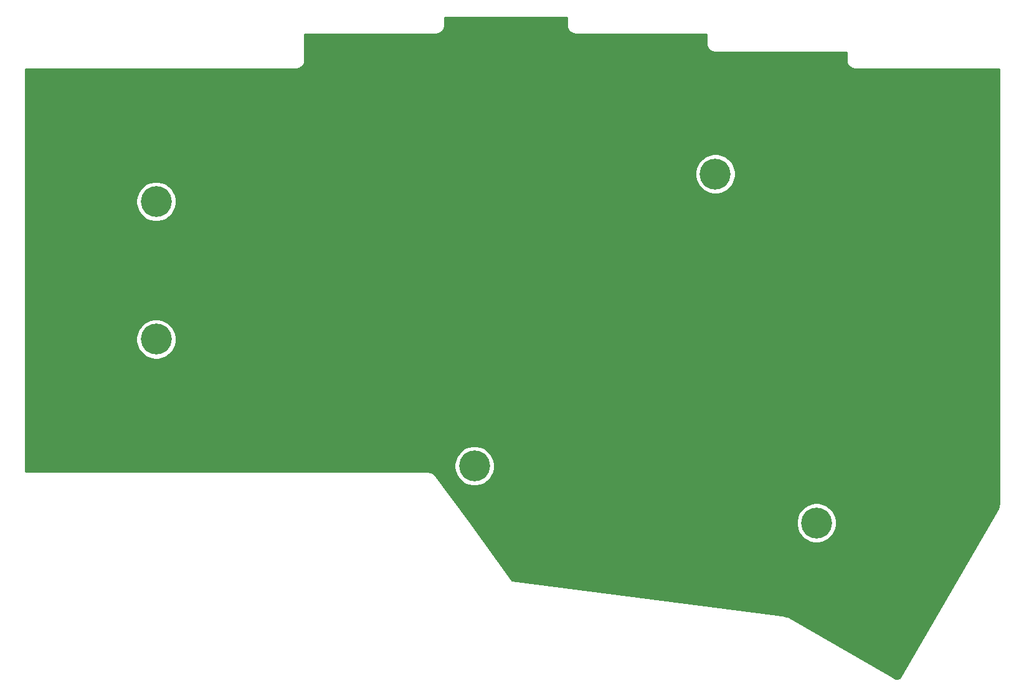
<source format=gbr>
G04 #@! TF.GenerationSoftware,KiCad,Pcbnew,5.1.5+dfsg1-2~bpo10+1*
G04 #@! TF.CreationDate,2020-09-05T17:28:52+00:00*
G04 #@! TF.ProjectId,corne-bottom-plate,636f726e-652d-4626-9f74-746f6d2d706c,2.1*
G04 #@! TF.SameCoordinates,Original*
G04 #@! TF.FileFunction,Copper,L2,Bot*
G04 #@! TF.FilePolarity,Positive*
%FSLAX46Y46*%
G04 Gerber Fmt 4.6, Leading zero omitted, Abs format (unit mm)*
G04 Created by KiCad (PCBNEW 5.1.5+dfsg1-2~bpo10+1) date 2020-09-05 17:28:52*
%MOMM*%
%LPD*%
G04 APERTURE LIST*
%ADD10C,4.200000*%
%ADD11C,0.254000*%
%ADD12C,0.350000*%
G04 APERTURE END LIST*
D10*
X79500000Y-105500000D03*
X79500000Y-86750000D03*
X155500000Y-83000000D03*
X122750000Y-122750000D03*
X169250000Y-130500000D03*
D11*
G36*
X135290000Y-62784876D02*
G01*
X135292955Y-62814876D01*
X135292934Y-62817839D01*
X135293901Y-62827705D01*
X135298941Y-62875660D01*
X135300273Y-62889183D01*
X135300410Y-62889634D01*
X135304101Y-62924754D01*
X135317045Y-62987811D01*
X135329099Y-63051001D01*
X135331964Y-63060491D01*
X135360820Y-63153710D01*
X135385752Y-63213021D01*
X135409865Y-63272702D01*
X135414519Y-63281454D01*
X135460932Y-63367292D01*
X135496898Y-63420612D01*
X135532152Y-63474486D01*
X135538417Y-63482168D01*
X135600619Y-63557357D01*
X135646269Y-63602689D01*
X135691299Y-63648673D01*
X135698938Y-63654992D01*
X135774559Y-63716668D01*
X135828147Y-63752272D01*
X135881262Y-63788641D01*
X135889983Y-63793356D01*
X135976144Y-63839168D01*
X136035612Y-63863679D01*
X136094780Y-63889038D01*
X136104249Y-63891969D01*
X136197667Y-63920174D01*
X136260787Y-63932672D01*
X136323743Y-63946054D01*
X136333602Y-63947090D01*
X136430719Y-63956612D01*
X136430723Y-63956612D01*
X136465123Y-63960000D01*
X154290001Y-63960000D01*
X154290000Y-65284876D01*
X154292955Y-65314876D01*
X154292934Y-65317839D01*
X154293901Y-65327705D01*
X154298941Y-65375660D01*
X154300273Y-65389183D01*
X154300410Y-65389634D01*
X154304101Y-65424754D01*
X154317045Y-65487811D01*
X154329099Y-65551001D01*
X154331964Y-65560491D01*
X154360820Y-65653710D01*
X154385752Y-65713021D01*
X154409865Y-65772702D01*
X154414519Y-65781454D01*
X154460932Y-65867292D01*
X154496898Y-65920612D01*
X154532152Y-65974486D01*
X154538417Y-65982168D01*
X154600619Y-66057357D01*
X154646269Y-66102689D01*
X154691299Y-66148673D01*
X154698938Y-66154992D01*
X154774559Y-66216668D01*
X154828147Y-66252272D01*
X154881262Y-66288641D01*
X154889983Y-66293356D01*
X154976144Y-66339168D01*
X155035612Y-66363679D01*
X155094780Y-66389038D01*
X155104249Y-66391969D01*
X155197667Y-66420174D01*
X155260787Y-66432672D01*
X155323743Y-66446054D01*
X155333602Y-66447090D01*
X155430719Y-66456612D01*
X155430723Y-66456612D01*
X155465123Y-66460000D01*
X173290000Y-66460000D01*
X173290001Y-67534877D01*
X173292955Y-67564868D01*
X173292934Y-67567839D01*
X173293901Y-67577705D01*
X173298955Y-67625796D01*
X173300274Y-67639184D01*
X173300409Y-67639631D01*
X173304101Y-67674754D01*
X173317045Y-67737811D01*
X173329099Y-67801001D01*
X173331964Y-67810491D01*
X173360820Y-67903710D01*
X173385752Y-67963021D01*
X173409865Y-68022702D01*
X173414519Y-68031454D01*
X173460932Y-68117292D01*
X173496898Y-68170612D01*
X173532152Y-68224486D01*
X173538417Y-68232168D01*
X173600619Y-68307357D01*
X173646269Y-68352689D01*
X173691299Y-68398673D01*
X173698938Y-68404992D01*
X173774559Y-68466668D01*
X173828147Y-68502272D01*
X173881262Y-68538641D01*
X173889983Y-68543356D01*
X173976144Y-68589168D01*
X174035612Y-68613679D01*
X174094780Y-68639038D01*
X174104249Y-68641969D01*
X174197667Y-68670174D01*
X174260787Y-68682672D01*
X174323743Y-68696054D01*
X174333602Y-68697090D01*
X174430719Y-68706612D01*
X174430723Y-68706612D01*
X174465123Y-68710000D01*
X194040000Y-68710000D01*
X194040001Y-127945012D01*
X194020387Y-128176837D01*
X193964580Y-128371000D01*
X193883510Y-128538740D01*
X193881080Y-128545347D01*
X180711340Y-151376271D01*
X180620779Y-151486705D01*
X180519299Y-151570201D01*
X180403527Y-151632400D01*
X180277885Y-151670925D01*
X180147150Y-151684313D01*
X180016312Y-151672053D01*
X179890338Y-151634611D01*
X179746290Y-151558814D01*
X165400066Y-143267823D01*
X165304615Y-143224525D01*
X165168424Y-143192709D01*
X165156734Y-143192321D01*
X164569638Y-143076079D01*
X164546731Y-143070775D01*
X127871366Y-138299807D01*
X121986889Y-130230626D01*
X166515000Y-130230626D01*
X166515000Y-130769374D01*
X166620105Y-131297770D01*
X166826275Y-131795508D01*
X167125587Y-132243461D01*
X167506539Y-132624413D01*
X167954492Y-132923725D01*
X168452230Y-133129895D01*
X168980626Y-133235000D01*
X169519374Y-133235000D01*
X170047770Y-133129895D01*
X170545508Y-132923725D01*
X170993461Y-132624413D01*
X171374413Y-132243461D01*
X171673725Y-131795508D01*
X171879895Y-131297770D01*
X171985000Y-130769374D01*
X171985000Y-130230626D01*
X171879895Y-129702230D01*
X171673725Y-129204492D01*
X171374413Y-128756539D01*
X170993461Y-128375587D01*
X170545508Y-128076275D01*
X170047770Y-127870105D01*
X169519374Y-127765000D01*
X168980626Y-127765000D01*
X168452230Y-127870105D01*
X167954492Y-128076275D01*
X167506539Y-128375587D01*
X167125587Y-128756539D01*
X166826275Y-129204492D01*
X166620105Y-129702230D01*
X166515000Y-130230626D01*
X121986889Y-130230626D01*
X117406664Y-123949923D01*
X117336904Y-123871699D01*
X117295505Y-123840476D01*
X117225441Y-123783332D01*
X117171853Y-123747728D01*
X117118738Y-123711359D01*
X117110017Y-123706644D01*
X117023856Y-123660832D01*
X116964388Y-123636321D01*
X116905220Y-123610962D01*
X116895751Y-123608031D01*
X116802333Y-123579826D01*
X116739213Y-123567328D01*
X116676257Y-123553946D01*
X116666398Y-123552910D01*
X116569281Y-123543388D01*
X116569277Y-123543388D01*
X116534877Y-123540000D01*
X61710000Y-123540000D01*
X61710000Y-122480626D01*
X120015000Y-122480626D01*
X120015000Y-123019374D01*
X120120105Y-123547770D01*
X120326275Y-124045508D01*
X120625587Y-124493461D01*
X121006539Y-124874413D01*
X121454492Y-125173725D01*
X121952230Y-125379895D01*
X122480626Y-125485000D01*
X123019374Y-125485000D01*
X123547770Y-125379895D01*
X124045508Y-125173725D01*
X124493461Y-124874413D01*
X124874413Y-124493461D01*
X125173725Y-124045508D01*
X125379895Y-123547770D01*
X125485000Y-123019374D01*
X125485000Y-122480626D01*
X125379895Y-121952230D01*
X125173725Y-121454492D01*
X124874413Y-121006539D01*
X124493461Y-120625587D01*
X124045508Y-120326275D01*
X123547770Y-120120105D01*
X123019374Y-120015000D01*
X122480626Y-120015000D01*
X121952230Y-120120105D01*
X121454492Y-120326275D01*
X121006539Y-120625587D01*
X120625587Y-121006539D01*
X120326275Y-121454492D01*
X120120105Y-121952230D01*
X120015000Y-122480626D01*
X61710000Y-122480626D01*
X61710000Y-105230626D01*
X76765000Y-105230626D01*
X76765000Y-105769374D01*
X76870105Y-106297770D01*
X77076275Y-106795508D01*
X77375587Y-107243461D01*
X77756539Y-107624413D01*
X78204492Y-107923725D01*
X78702230Y-108129895D01*
X79230626Y-108235000D01*
X79769374Y-108235000D01*
X80297770Y-108129895D01*
X80795508Y-107923725D01*
X81243461Y-107624413D01*
X81624413Y-107243461D01*
X81923725Y-106795508D01*
X82129895Y-106297770D01*
X82235000Y-105769374D01*
X82235000Y-105230626D01*
X82129895Y-104702230D01*
X81923725Y-104204492D01*
X81624413Y-103756539D01*
X81243461Y-103375587D01*
X80795508Y-103076275D01*
X80297770Y-102870105D01*
X79769374Y-102765000D01*
X79230626Y-102765000D01*
X78702230Y-102870105D01*
X78204492Y-103076275D01*
X77756539Y-103375587D01*
X77375587Y-103756539D01*
X77076275Y-104204492D01*
X76870105Y-104702230D01*
X76765000Y-105230626D01*
X61710000Y-105230626D01*
X61710000Y-86480626D01*
X76765000Y-86480626D01*
X76765000Y-87019374D01*
X76870105Y-87547770D01*
X77076275Y-88045508D01*
X77375587Y-88493461D01*
X77756539Y-88874413D01*
X78204492Y-89173725D01*
X78702230Y-89379895D01*
X79230626Y-89485000D01*
X79769374Y-89485000D01*
X80297770Y-89379895D01*
X80795508Y-89173725D01*
X81243461Y-88874413D01*
X81624413Y-88493461D01*
X81923725Y-88045508D01*
X82129895Y-87547770D01*
X82235000Y-87019374D01*
X82235000Y-86480626D01*
X82129895Y-85952230D01*
X81923725Y-85454492D01*
X81624413Y-85006539D01*
X81243461Y-84625587D01*
X80795508Y-84326275D01*
X80297770Y-84120105D01*
X79769374Y-84015000D01*
X79230626Y-84015000D01*
X78702230Y-84120105D01*
X78204492Y-84326275D01*
X77756539Y-84625587D01*
X77375587Y-85006539D01*
X77076275Y-85454492D01*
X76870105Y-85952230D01*
X76765000Y-86480626D01*
X61710000Y-86480626D01*
X61710000Y-82730626D01*
X152765000Y-82730626D01*
X152765000Y-83269374D01*
X152870105Y-83797770D01*
X153076275Y-84295508D01*
X153375587Y-84743461D01*
X153756539Y-85124413D01*
X154204492Y-85423725D01*
X154702230Y-85629895D01*
X155230626Y-85735000D01*
X155769374Y-85735000D01*
X156297770Y-85629895D01*
X156795508Y-85423725D01*
X157243461Y-85124413D01*
X157624413Y-84743461D01*
X157923725Y-84295508D01*
X158129895Y-83797770D01*
X158235000Y-83269374D01*
X158235000Y-82730626D01*
X158129895Y-82202230D01*
X157923725Y-81704492D01*
X157624413Y-81256539D01*
X157243461Y-80875587D01*
X156795508Y-80576275D01*
X156297770Y-80370105D01*
X155769374Y-80265000D01*
X155230626Y-80265000D01*
X154702230Y-80370105D01*
X154204492Y-80576275D01*
X153756539Y-80875587D01*
X153375587Y-81256539D01*
X153076275Y-81704492D01*
X152870105Y-82202230D01*
X152765000Y-82730626D01*
X61710000Y-82730626D01*
X61710000Y-68710000D01*
X98534877Y-68710000D01*
X98564877Y-68707045D01*
X98567839Y-68707066D01*
X98577705Y-68706099D01*
X98625645Y-68701060D01*
X98639184Y-68699727D01*
X98639636Y-68699590D01*
X98674754Y-68695899D01*
X98737811Y-68682955D01*
X98801001Y-68670901D01*
X98810491Y-68668036D01*
X98903710Y-68639180D01*
X98963021Y-68614248D01*
X99022702Y-68590135D01*
X99031454Y-68585481D01*
X99117292Y-68539068D01*
X99170612Y-68503102D01*
X99224486Y-68467848D01*
X99232168Y-68461583D01*
X99307357Y-68399381D01*
X99352689Y-68353731D01*
X99398673Y-68308701D01*
X99404992Y-68301062D01*
X99466668Y-68225441D01*
X99502272Y-68171853D01*
X99538641Y-68118738D01*
X99543356Y-68110017D01*
X99589168Y-68023856D01*
X99613679Y-67964388D01*
X99639038Y-67905220D01*
X99641969Y-67895751D01*
X99670174Y-67802333D01*
X99682672Y-67739213D01*
X99696054Y-67676257D01*
X99697090Y-67666398D01*
X99706612Y-67569281D01*
X99706612Y-67569277D01*
X99710000Y-67534877D01*
X99710000Y-63960000D01*
X117534877Y-63960000D01*
X117564877Y-63957045D01*
X117567839Y-63957066D01*
X117577705Y-63956099D01*
X117625645Y-63951060D01*
X117639184Y-63949727D01*
X117639636Y-63949590D01*
X117674754Y-63945899D01*
X117737811Y-63932955D01*
X117801001Y-63920901D01*
X117810491Y-63918036D01*
X117903710Y-63889180D01*
X117963021Y-63864248D01*
X118022702Y-63840135D01*
X118031454Y-63835481D01*
X118117292Y-63789068D01*
X118170612Y-63753102D01*
X118224486Y-63717848D01*
X118232168Y-63711583D01*
X118307357Y-63649381D01*
X118352689Y-63603731D01*
X118398673Y-63558701D01*
X118404992Y-63551062D01*
X118466668Y-63475441D01*
X118502272Y-63421853D01*
X118538641Y-63368738D01*
X118543356Y-63360017D01*
X118589168Y-63273856D01*
X118613679Y-63214388D01*
X118639038Y-63155220D01*
X118641969Y-63145751D01*
X118670174Y-63052333D01*
X118682672Y-62989213D01*
X118696054Y-62926257D01*
X118697090Y-62916398D01*
X118706612Y-62819281D01*
X118706612Y-62819277D01*
X118710000Y-62784877D01*
X118710000Y-61710000D01*
X135290001Y-61710000D01*
X135290000Y-62784876D01*
G37*
X135290000Y-62784876D02*
X135292955Y-62814876D01*
X135292934Y-62817839D01*
X135293901Y-62827705D01*
X135298941Y-62875660D01*
X135300273Y-62889183D01*
X135300410Y-62889634D01*
X135304101Y-62924754D01*
X135317045Y-62987811D01*
X135329099Y-63051001D01*
X135331964Y-63060491D01*
X135360820Y-63153710D01*
X135385752Y-63213021D01*
X135409865Y-63272702D01*
X135414519Y-63281454D01*
X135460932Y-63367292D01*
X135496898Y-63420612D01*
X135532152Y-63474486D01*
X135538417Y-63482168D01*
X135600619Y-63557357D01*
X135646269Y-63602689D01*
X135691299Y-63648673D01*
X135698938Y-63654992D01*
X135774559Y-63716668D01*
X135828147Y-63752272D01*
X135881262Y-63788641D01*
X135889983Y-63793356D01*
X135976144Y-63839168D01*
X136035612Y-63863679D01*
X136094780Y-63889038D01*
X136104249Y-63891969D01*
X136197667Y-63920174D01*
X136260787Y-63932672D01*
X136323743Y-63946054D01*
X136333602Y-63947090D01*
X136430719Y-63956612D01*
X136430723Y-63956612D01*
X136465123Y-63960000D01*
X154290001Y-63960000D01*
X154290000Y-65284876D01*
X154292955Y-65314876D01*
X154292934Y-65317839D01*
X154293901Y-65327705D01*
X154298941Y-65375660D01*
X154300273Y-65389183D01*
X154300410Y-65389634D01*
X154304101Y-65424754D01*
X154317045Y-65487811D01*
X154329099Y-65551001D01*
X154331964Y-65560491D01*
X154360820Y-65653710D01*
X154385752Y-65713021D01*
X154409865Y-65772702D01*
X154414519Y-65781454D01*
X154460932Y-65867292D01*
X154496898Y-65920612D01*
X154532152Y-65974486D01*
X154538417Y-65982168D01*
X154600619Y-66057357D01*
X154646269Y-66102689D01*
X154691299Y-66148673D01*
X154698938Y-66154992D01*
X154774559Y-66216668D01*
X154828147Y-66252272D01*
X154881262Y-66288641D01*
X154889983Y-66293356D01*
X154976144Y-66339168D01*
X155035612Y-66363679D01*
X155094780Y-66389038D01*
X155104249Y-66391969D01*
X155197667Y-66420174D01*
X155260787Y-66432672D01*
X155323743Y-66446054D01*
X155333602Y-66447090D01*
X155430719Y-66456612D01*
X155430723Y-66456612D01*
X155465123Y-66460000D01*
X173290000Y-66460000D01*
X173290001Y-67534877D01*
X173292955Y-67564868D01*
X173292934Y-67567839D01*
X173293901Y-67577705D01*
X173298955Y-67625796D01*
X173300274Y-67639184D01*
X173300409Y-67639631D01*
X173304101Y-67674754D01*
X173317045Y-67737811D01*
X173329099Y-67801001D01*
X173331964Y-67810491D01*
X173360820Y-67903710D01*
X173385752Y-67963021D01*
X173409865Y-68022702D01*
X173414519Y-68031454D01*
X173460932Y-68117292D01*
X173496898Y-68170612D01*
X173532152Y-68224486D01*
X173538417Y-68232168D01*
X173600619Y-68307357D01*
X173646269Y-68352689D01*
X173691299Y-68398673D01*
X173698938Y-68404992D01*
X173774559Y-68466668D01*
X173828147Y-68502272D01*
X173881262Y-68538641D01*
X173889983Y-68543356D01*
X173976144Y-68589168D01*
X174035612Y-68613679D01*
X174094780Y-68639038D01*
X174104249Y-68641969D01*
X174197667Y-68670174D01*
X174260787Y-68682672D01*
X174323743Y-68696054D01*
X174333602Y-68697090D01*
X174430719Y-68706612D01*
X174430723Y-68706612D01*
X174465123Y-68710000D01*
X194040000Y-68710000D01*
X194040001Y-127945012D01*
X194020387Y-128176837D01*
X193964580Y-128371000D01*
X193883510Y-128538740D01*
X193881080Y-128545347D01*
X180711340Y-151376271D01*
X180620779Y-151486705D01*
X180519299Y-151570201D01*
X180403527Y-151632400D01*
X180277885Y-151670925D01*
X180147150Y-151684313D01*
X180016312Y-151672053D01*
X179890338Y-151634611D01*
X179746290Y-151558814D01*
X165400066Y-143267823D01*
X165304615Y-143224525D01*
X165168424Y-143192709D01*
X165156734Y-143192321D01*
X164569638Y-143076079D01*
X164546731Y-143070775D01*
X127871366Y-138299807D01*
X121986889Y-130230626D01*
X166515000Y-130230626D01*
X166515000Y-130769374D01*
X166620105Y-131297770D01*
X166826275Y-131795508D01*
X167125587Y-132243461D01*
X167506539Y-132624413D01*
X167954492Y-132923725D01*
X168452230Y-133129895D01*
X168980626Y-133235000D01*
X169519374Y-133235000D01*
X170047770Y-133129895D01*
X170545508Y-132923725D01*
X170993461Y-132624413D01*
X171374413Y-132243461D01*
X171673725Y-131795508D01*
X171879895Y-131297770D01*
X171985000Y-130769374D01*
X171985000Y-130230626D01*
X171879895Y-129702230D01*
X171673725Y-129204492D01*
X171374413Y-128756539D01*
X170993461Y-128375587D01*
X170545508Y-128076275D01*
X170047770Y-127870105D01*
X169519374Y-127765000D01*
X168980626Y-127765000D01*
X168452230Y-127870105D01*
X167954492Y-128076275D01*
X167506539Y-128375587D01*
X167125587Y-128756539D01*
X166826275Y-129204492D01*
X166620105Y-129702230D01*
X166515000Y-130230626D01*
X121986889Y-130230626D01*
X117406664Y-123949923D01*
X117336904Y-123871699D01*
X117295505Y-123840476D01*
X117225441Y-123783332D01*
X117171853Y-123747728D01*
X117118738Y-123711359D01*
X117110017Y-123706644D01*
X117023856Y-123660832D01*
X116964388Y-123636321D01*
X116905220Y-123610962D01*
X116895751Y-123608031D01*
X116802333Y-123579826D01*
X116739213Y-123567328D01*
X116676257Y-123553946D01*
X116666398Y-123552910D01*
X116569281Y-123543388D01*
X116569277Y-123543388D01*
X116534877Y-123540000D01*
X61710000Y-123540000D01*
X61710000Y-122480626D01*
X120015000Y-122480626D01*
X120015000Y-123019374D01*
X120120105Y-123547770D01*
X120326275Y-124045508D01*
X120625587Y-124493461D01*
X121006539Y-124874413D01*
X121454492Y-125173725D01*
X121952230Y-125379895D01*
X122480626Y-125485000D01*
X123019374Y-125485000D01*
X123547770Y-125379895D01*
X124045508Y-125173725D01*
X124493461Y-124874413D01*
X124874413Y-124493461D01*
X125173725Y-124045508D01*
X125379895Y-123547770D01*
X125485000Y-123019374D01*
X125485000Y-122480626D01*
X125379895Y-121952230D01*
X125173725Y-121454492D01*
X124874413Y-121006539D01*
X124493461Y-120625587D01*
X124045508Y-120326275D01*
X123547770Y-120120105D01*
X123019374Y-120015000D01*
X122480626Y-120015000D01*
X121952230Y-120120105D01*
X121454492Y-120326275D01*
X121006539Y-120625587D01*
X120625587Y-121006539D01*
X120326275Y-121454492D01*
X120120105Y-121952230D01*
X120015000Y-122480626D01*
X61710000Y-122480626D01*
X61710000Y-105230626D01*
X76765000Y-105230626D01*
X76765000Y-105769374D01*
X76870105Y-106297770D01*
X77076275Y-106795508D01*
X77375587Y-107243461D01*
X77756539Y-107624413D01*
X78204492Y-107923725D01*
X78702230Y-108129895D01*
X79230626Y-108235000D01*
X79769374Y-108235000D01*
X80297770Y-108129895D01*
X80795508Y-107923725D01*
X81243461Y-107624413D01*
X81624413Y-107243461D01*
X81923725Y-106795508D01*
X82129895Y-106297770D01*
X82235000Y-105769374D01*
X82235000Y-105230626D01*
X82129895Y-104702230D01*
X81923725Y-104204492D01*
X81624413Y-103756539D01*
X81243461Y-103375587D01*
X80795508Y-103076275D01*
X80297770Y-102870105D01*
X79769374Y-102765000D01*
X79230626Y-102765000D01*
X78702230Y-102870105D01*
X78204492Y-103076275D01*
X77756539Y-103375587D01*
X77375587Y-103756539D01*
X77076275Y-104204492D01*
X76870105Y-104702230D01*
X76765000Y-105230626D01*
X61710000Y-105230626D01*
X61710000Y-86480626D01*
X76765000Y-86480626D01*
X76765000Y-87019374D01*
X76870105Y-87547770D01*
X77076275Y-88045508D01*
X77375587Y-88493461D01*
X77756539Y-88874413D01*
X78204492Y-89173725D01*
X78702230Y-89379895D01*
X79230626Y-89485000D01*
X79769374Y-89485000D01*
X80297770Y-89379895D01*
X80795508Y-89173725D01*
X81243461Y-88874413D01*
X81624413Y-88493461D01*
X81923725Y-88045508D01*
X82129895Y-87547770D01*
X82235000Y-87019374D01*
X82235000Y-86480626D01*
X82129895Y-85952230D01*
X81923725Y-85454492D01*
X81624413Y-85006539D01*
X81243461Y-84625587D01*
X80795508Y-84326275D01*
X80297770Y-84120105D01*
X79769374Y-84015000D01*
X79230626Y-84015000D01*
X78702230Y-84120105D01*
X78204492Y-84326275D01*
X77756539Y-84625587D01*
X77375587Y-85006539D01*
X77076275Y-85454492D01*
X76870105Y-85952230D01*
X76765000Y-86480626D01*
X61710000Y-86480626D01*
X61710000Y-82730626D01*
X152765000Y-82730626D01*
X152765000Y-83269374D01*
X152870105Y-83797770D01*
X153076275Y-84295508D01*
X153375587Y-84743461D01*
X153756539Y-85124413D01*
X154204492Y-85423725D01*
X154702230Y-85629895D01*
X155230626Y-85735000D01*
X155769374Y-85735000D01*
X156297770Y-85629895D01*
X156795508Y-85423725D01*
X157243461Y-85124413D01*
X157624413Y-84743461D01*
X157923725Y-84295508D01*
X158129895Y-83797770D01*
X158235000Y-83269374D01*
X158235000Y-82730626D01*
X158129895Y-82202230D01*
X157923725Y-81704492D01*
X157624413Y-81256539D01*
X157243461Y-80875587D01*
X156795508Y-80576275D01*
X156297770Y-80370105D01*
X155769374Y-80265000D01*
X155230626Y-80265000D01*
X154702230Y-80370105D01*
X154204492Y-80576275D01*
X153756539Y-80875587D01*
X153375587Y-81256539D01*
X153076275Y-81704492D01*
X152870105Y-82202230D01*
X152765000Y-82730626D01*
X61710000Y-82730626D01*
X61710000Y-68710000D01*
X98534877Y-68710000D01*
X98564877Y-68707045D01*
X98567839Y-68707066D01*
X98577705Y-68706099D01*
X98625645Y-68701060D01*
X98639184Y-68699727D01*
X98639636Y-68699590D01*
X98674754Y-68695899D01*
X98737811Y-68682955D01*
X98801001Y-68670901D01*
X98810491Y-68668036D01*
X98903710Y-68639180D01*
X98963021Y-68614248D01*
X99022702Y-68590135D01*
X99031454Y-68585481D01*
X99117292Y-68539068D01*
X99170612Y-68503102D01*
X99224486Y-68467848D01*
X99232168Y-68461583D01*
X99307357Y-68399381D01*
X99352689Y-68353731D01*
X99398673Y-68308701D01*
X99404992Y-68301062D01*
X99466668Y-68225441D01*
X99502272Y-68171853D01*
X99538641Y-68118738D01*
X99543356Y-68110017D01*
X99589168Y-68023856D01*
X99613679Y-67964388D01*
X99639038Y-67905220D01*
X99641969Y-67895751D01*
X99670174Y-67802333D01*
X99682672Y-67739213D01*
X99696054Y-67676257D01*
X99697090Y-67666398D01*
X99706612Y-67569281D01*
X99706612Y-67569277D01*
X99710000Y-67534877D01*
X99710000Y-63960000D01*
X117534877Y-63960000D01*
X117564877Y-63957045D01*
X117567839Y-63957066D01*
X117577705Y-63956099D01*
X117625645Y-63951060D01*
X117639184Y-63949727D01*
X117639636Y-63949590D01*
X117674754Y-63945899D01*
X117737811Y-63932955D01*
X117801001Y-63920901D01*
X117810491Y-63918036D01*
X117903710Y-63889180D01*
X117963021Y-63864248D01*
X118022702Y-63840135D01*
X118031454Y-63835481D01*
X118117292Y-63789068D01*
X118170612Y-63753102D01*
X118224486Y-63717848D01*
X118232168Y-63711583D01*
X118307357Y-63649381D01*
X118352689Y-63603731D01*
X118398673Y-63558701D01*
X118404992Y-63551062D01*
X118466668Y-63475441D01*
X118502272Y-63421853D01*
X118538641Y-63368738D01*
X118543356Y-63360017D01*
X118589168Y-63273856D01*
X118613679Y-63214388D01*
X118639038Y-63155220D01*
X118641969Y-63145751D01*
X118670174Y-63052333D01*
X118682672Y-62989213D01*
X118696054Y-62926257D01*
X118697090Y-62916398D01*
X118706612Y-62819281D01*
X118706612Y-62819277D01*
X118710000Y-62784877D01*
X118710000Y-61710000D01*
X135290001Y-61710000D01*
X135290000Y-62784876D01*
D12*
X79500000Y-105500000D03*
X79500000Y-86750000D03*
X155500000Y-83000000D03*
X122750000Y-122750000D03*
X169250000Y-130500000D03*
M02*

</source>
